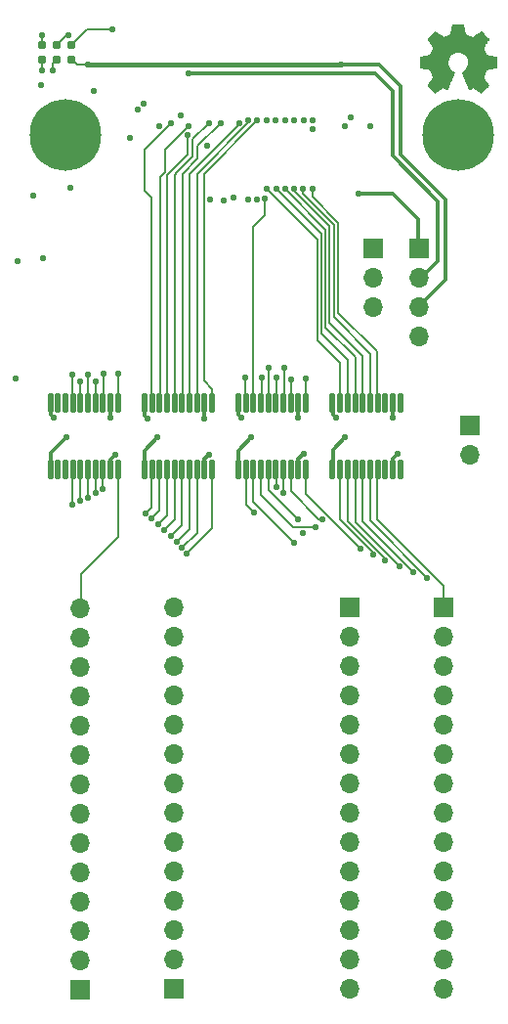
<source format=gbr>
%TF.GenerationSoftware,KiCad,Pcbnew,7.0.1*%
%TF.CreationDate,2023-09-03T17:39:20-04:00*%
%TF.ProjectId,syzygy-breakout-flash-LVL,73797a79-6779-42d6-9272-65616b6f7574,r1.0*%
%TF.SameCoordinates,PX66851e0PY4d70380*%
%TF.FileFunction,Copper,L1,Top*%
%TF.FilePolarity,Positive*%
%FSLAX46Y46*%
G04 Gerber Fmt 4.6, Leading zero omitted, Abs format (unit mm)*
G04 Created by KiCad (PCBNEW 7.0.1) date 2023-09-03 17:39:20*
%MOMM*%
%LPD*%
G01*
G04 APERTURE LIST*
G04 Aperture macros list*
%AMRoundRect*
0 Rectangle with rounded corners*
0 $1 Rounding radius*
0 $2 $3 $4 $5 $6 $7 $8 $9 X,Y pos of 4 corners*
0 Add a 4 corners polygon primitive as box body*
4,1,4,$2,$3,$4,$5,$6,$7,$8,$9,$2,$3,0*
0 Add four circle primitives for the rounded corners*
1,1,$1+$1,$2,$3*
1,1,$1+$1,$4,$5*
1,1,$1+$1,$6,$7*
1,1,$1+$1,$8,$9*
0 Add four rect primitives between the rounded corners*
20,1,$1+$1,$2,$3,$4,$5,0*
20,1,$1+$1,$4,$5,$6,$7,0*
20,1,$1+$1,$6,$7,$8,$9,0*
20,1,$1+$1,$8,$9,$2,$3,0*%
G04 Aperture macros list end*
%TA.AperFunction,EtchedComponent*%
%ADD10C,0.010000*%
%TD*%
%TA.AperFunction,SMDPad,CuDef*%
%ADD11RoundRect,0.020500X-0.184500X0.764500X-0.184500X-0.764500X0.184500X-0.764500X0.184500X0.764500X0*%
%TD*%
%TA.AperFunction,ComponentPad*%
%ADD12R,1.700000X1.700000*%
%TD*%
%TA.AperFunction,ComponentPad*%
%ADD13O,1.700000X1.700000*%
%TD*%
%TA.AperFunction,ConnectorPad*%
%ADD14C,0.784860*%
%TD*%
%TA.AperFunction,ComponentPad*%
%ADD15C,6.200000*%
%TD*%
%TA.AperFunction,ViaPad*%
%ADD16C,0.550000*%
%TD*%
%TA.AperFunction,Conductor*%
%ADD17C,0.200000*%
%TD*%
%TA.AperFunction,Conductor*%
%ADD18C,0.300000*%
%TD*%
%TA.AperFunction,Conductor*%
%ADD19C,0.400000*%
%TD*%
G04 APERTURE END LIST*
D10*
X40020214Y-139731D02*
X40104035Y-584355D01*
X40413320Y-711853D01*
X40722606Y-839351D01*
X41093646Y-587046D01*
X41197557Y-516796D01*
X41291487Y-454072D01*
X41371052Y-401738D01*
X41431870Y-362657D01*
X41469557Y-339693D01*
X41479821Y-334742D01*
X41498310Y-347476D01*
X41537820Y-382682D01*
X41593922Y-435862D01*
X41662187Y-502518D01*
X41738186Y-578154D01*
X41817492Y-658272D01*
X41895675Y-738374D01*
X41968307Y-813964D01*
X42030959Y-880545D01*
X42079203Y-933618D01*
X42108610Y-968687D01*
X42115641Y-980423D01*
X42105523Y-1002060D01*
X42077159Y-1049462D01*
X42033529Y-1117993D01*
X41977618Y-1203015D01*
X41912406Y-1299893D01*
X41874619Y-1355150D01*
X41805743Y-1456048D01*
X41744540Y-1547099D01*
X41693978Y-1623770D01*
X41657028Y-1681528D01*
X41636658Y-1715843D01*
X41633597Y-1723054D01*
X41640536Y-1743548D01*
X41659451Y-1791313D01*
X41687487Y-1859632D01*
X41721791Y-1941789D01*
X41759509Y-2031070D01*
X41797787Y-2120758D01*
X41833770Y-2204138D01*
X41864606Y-2274494D01*
X41887439Y-2325110D01*
X41899417Y-2349271D01*
X41900124Y-2350222D01*
X41918931Y-2354836D01*
X41969018Y-2365128D01*
X42045193Y-2380087D01*
X42142265Y-2398701D01*
X42255043Y-2419959D01*
X42320842Y-2432218D01*
X42441350Y-2455162D01*
X42550197Y-2476995D01*
X42641876Y-2496522D01*
X42710881Y-2512548D01*
X42751704Y-2523879D01*
X42759911Y-2527474D01*
X42767948Y-2551806D01*
X42774433Y-2606759D01*
X42779370Y-2685908D01*
X42782764Y-2782826D01*
X42784618Y-2891087D01*
X42784938Y-3004265D01*
X42783727Y-3115935D01*
X42780990Y-3219668D01*
X42776731Y-3309041D01*
X42770955Y-3377626D01*
X42763667Y-3418997D01*
X42759295Y-3427610D01*
X42733164Y-3437933D01*
X42677793Y-3452692D01*
X42600507Y-3470152D01*
X42508630Y-3488580D01*
X42476558Y-3494541D01*
X42321924Y-3522866D01*
X42199775Y-3545676D01*
X42106073Y-3563880D01*
X42036784Y-3578383D01*
X41987871Y-3590092D01*
X41955297Y-3599915D01*
X41935028Y-3608756D01*
X41923026Y-3617524D01*
X41921347Y-3619257D01*
X41904584Y-3647171D01*
X41879014Y-3701495D01*
X41847188Y-3775577D01*
X41811660Y-3862765D01*
X41774983Y-3956408D01*
X41739711Y-4049852D01*
X41708396Y-4136447D01*
X41683593Y-4209540D01*
X41667854Y-4262478D01*
X41663732Y-4288611D01*
X41664076Y-4289526D01*
X41678041Y-4310886D01*
X41709722Y-4357884D01*
X41755791Y-4425627D01*
X41812918Y-4509223D01*
X41877773Y-4603782D01*
X41896243Y-4630654D01*
X41962099Y-4728075D01*
X42020050Y-4816963D01*
X42066938Y-4892212D01*
X42099607Y-4948720D01*
X42114900Y-4981381D01*
X42115641Y-4985393D01*
X42102792Y-5006484D01*
X42067288Y-5048264D01*
X42013693Y-5106245D01*
X41946571Y-5175935D01*
X41870487Y-5252845D01*
X41790004Y-5332483D01*
X41709687Y-5410361D01*
X41634099Y-5481986D01*
X41567805Y-5542870D01*
X41515369Y-5588521D01*
X41481355Y-5614450D01*
X41471945Y-5618683D01*
X41450043Y-5608712D01*
X41405200Y-5581820D01*
X41344721Y-5542536D01*
X41298189Y-5510917D01*
X41213875Y-5452898D01*
X41114026Y-5384584D01*
X41013873Y-5316379D01*
X40960027Y-5279875D01*
X40777771Y-5156600D01*
X40624781Y-5239320D01*
X40555082Y-5275559D01*
X40495814Y-5303726D01*
X40455711Y-5319791D01*
X40445503Y-5322026D01*
X40433229Y-5305522D01*
X40409013Y-5258882D01*
X40374663Y-5186409D01*
X40331988Y-5092406D01*
X40282794Y-4981174D01*
X40228890Y-4857015D01*
X40172084Y-4724232D01*
X40114182Y-4587127D01*
X40056993Y-4450002D01*
X40002324Y-4317158D01*
X39951984Y-4192898D01*
X39907780Y-4081525D01*
X39871519Y-3987339D01*
X39845009Y-3914644D01*
X39830058Y-3867741D01*
X39827654Y-3851633D01*
X39846711Y-3831086D01*
X39888436Y-3797733D01*
X39944106Y-3758502D01*
X39948778Y-3755399D01*
X40092664Y-3640223D01*
X40208683Y-3505853D01*
X40295830Y-3356584D01*
X40353099Y-3196713D01*
X40379486Y-3030537D01*
X40373985Y-2862352D01*
X40335590Y-2696455D01*
X40263295Y-2537142D01*
X40242026Y-2502287D01*
X40131396Y-2361537D01*
X40000702Y-2248514D01*
X39854464Y-2163803D01*
X39697208Y-2107994D01*
X39533457Y-2081674D01*
X39367733Y-2085430D01*
X39204562Y-2119850D01*
X39048465Y-2185523D01*
X38903967Y-2283035D01*
X38859269Y-2322613D01*
X38745512Y-2446503D01*
X38662618Y-2576924D01*
X38605756Y-2723115D01*
X38574087Y-2867888D01*
X38566269Y-3030660D01*
X38592338Y-3194240D01*
X38649645Y-3353098D01*
X38735544Y-3501706D01*
X38847386Y-3634535D01*
X38982523Y-3746056D01*
X39000283Y-3757811D01*
X39056550Y-3796308D01*
X39099323Y-3829663D01*
X39119772Y-3850960D01*
X39120069Y-3851633D01*
X39115679Y-3874671D01*
X39098276Y-3926957D01*
X39069668Y-4004190D01*
X39031665Y-4102068D01*
X38986074Y-4216291D01*
X38934703Y-4342558D01*
X38879362Y-4476567D01*
X38821858Y-4614018D01*
X38764001Y-4750608D01*
X38707598Y-4882037D01*
X38654458Y-5004005D01*
X38606390Y-5112209D01*
X38565201Y-5202349D01*
X38532701Y-5270123D01*
X38510697Y-5311230D01*
X38501836Y-5322026D01*
X38474760Y-5313619D01*
X38424097Y-5291072D01*
X38358583Y-5258413D01*
X38322559Y-5239320D01*
X38169568Y-5156600D01*
X37987312Y-5279875D01*
X37894275Y-5343028D01*
X37792415Y-5412527D01*
X37696962Y-5477965D01*
X37649150Y-5510917D01*
X37581905Y-5556073D01*
X37524964Y-5591857D01*
X37485754Y-5613738D01*
X37473019Y-5618363D01*
X37454483Y-5605885D01*
X37413459Y-5571052D01*
X37353925Y-5517478D01*
X37279858Y-5448783D01*
X37195235Y-5368581D01*
X37141715Y-5317086D01*
X37048081Y-5225086D01*
X36967159Y-5142799D01*
X36902223Y-5073745D01*
X36856542Y-5021444D01*
X36833389Y-4989416D01*
X36831168Y-4982916D01*
X36841476Y-4958194D01*
X36869961Y-4908205D01*
X36913463Y-4838012D01*
X36968823Y-4752675D01*
X37032880Y-4657256D01*
X37051097Y-4630654D01*
X37117473Y-4533967D01*
X37177022Y-4446917D01*
X37226416Y-4374395D01*
X37262325Y-4321293D01*
X37281419Y-4292503D01*
X37283264Y-4289526D01*
X37280505Y-4266582D01*
X37265862Y-4216136D01*
X37241887Y-4144841D01*
X37211134Y-4059347D01*
X37176156Y-3966307D01*
X37139507Y-3872374D01*
X37103739Y-3784199D01*
X37071406Y-3708434D01*
X37045062Y-3651731D01*
X37027258Y-3620743D01*
X37025993Y-3619257D01*
X37015106Y-3610401D01*
X36996718Y-3601643D01*
X36966794Y-3592077D01*
X36921297Y-3580796D01*
X36856191Y-3566893D01*
X36767439Y-3549463D01*
X36651007Y-3527598D01*
X36502858Y-3500391D01*
X36470782Y-3494541D01*
X36375714Y-3476174D01*
X36292835Y-3458205D01*
X36229470Y-3442369D01*
X36192942Y-3430400D01*
X36188044Y-3427610D01*
X36179973Y-3402872D01*
X36173413Y-3347590D01*
X36168367Y-3268189D01*
X36164841Y-3171096D01*
X36162839Y-3062738D01*
X36162364Y-2949540D01*
X36163423Y-2837928D01*
X36166018Y-2734329D01*
X36170154Y-2645168D01*
X36175837Y-2576872D01*
X36183069Y-2535866D01*
X36187429Y-2527474D01*
X36211702Y-2519008D01*
X36266974Y-2505235D01*
X36347738Y-2487350D01*
X36448488Y-2466548D01*
X36563717Y-2444023D01*
X36626498Y-2432218D01*
X36745613Y-2409951D01*
X36851835Y-2389779D01*
X36939973Y-2372715D01*
X37004834Y-2359769D01*
X37041226Y-2351955D01*
X37047216Y-2350222D01*
X37057339Y-2330690D01*
X37078738Y-2283643D01*
X37108561Y-2215803D01*
X37143955Y-2133891D01*
X37182068Y-2044628D01*
X37220047Y-1954735D01*
X37255040Y-1870935D01*
X37284194Y-1799947D01*
X37304657Y-1748494D01*
X37313577Y-1723297D01*
X37313743Y-1722196D01*
X37303631Y-1702319D01*
X37275283Y-1656577D01*
X37231677Y-1589517D01*
X37175794Y-1505684D01*
X37110613Y-1409626D01*
X37072721Y-1354450D01*
X37003675Y-1253281D01*
X36942350Y-1161430D01*
X36891737Y-1083544D01*
X36854829Y-1024269D01*
X36834618Y-988251D01*
X36831699Y-980177D01*
X36844247Y-961384D01*
X36878937Y-921257D01*
X36931337Y-864293D01*
X36997016Y-794985D01*
X37071544Y-717831D01*
X37150487Y-637325D01*
X37229417Y-557963D01*
X37303900Y-484240D01*
X37369506Y-420652D01*
X37421804Y-371694D01*
X37456361Y-341861D01*
X37467922Y-334742D01*
X37486746Y-344753D01*
X37531769Y-372878D01*
X37598613Y-416254D01*
X37682901Y-472018D01*
X37780256Y-537306D01*
X37853693Y-587046D01*
X38224733Y-839351D01*
X38843305Y-584355D01*
X38927125Y-139731D01*
X39010946Y304893D01*
X39936394Y304893D01*
X40020214Y-139731D01*
%TA.AperFunction,EtchedComponent*%
G36*
X40020214Y-139731D02*
G01*
X40104035Y-584355D01*
X40413320Y-711853D01*
X40722606Y-839351D01*
X41093646Y-587046D01*
X41197557Y-516796D01*
X41291487Y-454072D01*
X41371052Y-401738D01*
X41431870Y-362657D01*
X41469557Y-339693D01*
X41479821Y-334742D01*
X41498310Y-347476D01*
X41537820Y-382682D01*
X41593922Y-435862D01*
X41662187Y-502518D01*
X41738186Y-578154D01*
X41817492Y-658272D01*
X41895675Y-738374D01*
X41968307Y-813964D01*
X42030959Y-880545D01*
X42079203Y-933618D01*
X42108610Y-968687D01*
X42115641Y-980423D01*
X42105523Y-1002060D01*
X42077159Y-1049462D01*
X42033529Y-1117993D01*
X41977618Y-1203015D01*
X41912406Y-1299893D01*
X41874619Y-1355150D01*
X41805743Y-1456048D01*
X41744540Y-1547099D01*
X41693978Y-1623770D01*
X41657028Y-1681528D01*
X41636658Y-1715843D01*
X41633597Y-1723054D01*
X41640536Y-1743548D01*
X41659451Y-1791313D01*
X41687487Y-1859632D01*
X41721791Y-1941789D01*
X41759509Y-2031070D01*
X41797787Y-2120758D01*
X41833770Y-2204138D01*
X41864606Y-2274494D01*
X41887439Y-2325110D01*
X41899417Y-2349271D01*
X41900124Y-2350222D01*
X41918931Y-2354836D01*
X41969018Y-2365128D01*
X42045193Y-2380087D01*
X42142265Y-2398701D01*
X42255043Y-2419959D01*
X42320842Y-2432218D01*
X42441350Y-2455162D01*
X42550197Y-2476995D01*
X42641876Y-2496522D01*
X42710881Y-2512548D01*
X42751704Y-2523879D01*
X42759911Y-2527474D01*
X42767948Y-2551806D01*
X42774433Y-2606759D01*
X42779370Y-2685908D01*
X42782764Y-2782826D01*
X42784618Y-2891087D01*
X42784938Y-3004265D01*
X42783727Y-3115935D01*
X42780990Y-3219668D01*
X42776731Y-3309041D01*
X42770955Y-3377626D01*
X42763667Y-3418997D01*
X42759295Y-3427610D01*
X42733164Y-3437933D01*
X42677793Y-3452692D01*
X42600507Y-3470152D01*
X42508630Y-3488580D01*
X42476558Y-3494541D01*
X42321924Y-3522866D01*
X42199775Y-3545676D01*
X42106073Y-3563880D01*
X42036784Y-3578383D01*
X41987871Y-3590092D01*
X41955297Y-3599915D01*
X41935028Y-3608756D01*
X41923026Y-3617524D01*
X41921347Y-3619257D01*
X41904584Y-3647171D01*
X41879014Y-3701495D01*
X41847188Y-3775577D01*
X41811660Y-3862765D01*
X41774983Y-3956408D01*
X41739711Y-4049852D01*
X41708396Y-4136447D01*
X41683593Y-4209540D01*
X41667854Y-4262478D01*
X41663732Y-4288611D01*
X41664076Y-4289526D01*
X41678041Y-4310886D01*
X41709722Y-4357884D01*
X41755791Y-4425627D01*
X41812918Y-4509223D01*
X41877773Y-4603782D01*
X41896243Y-4630654D01*
X41962099Y-4728075D01*
X42020050Y-4816963D01*
X42066938Y-4892212D01*
X42099607Y-4948720D01*
X42114900Y-4981381D01*
X42115641Y-4985393D01*
X42102792Y-5006484D01*
X42067288Y-5048264D01*
X42013693Y-5106245D01*
X41946571Y-5175935D01*
X41870487Y-5252845D01*
X41790004Y-5332483D01*
X41709687Y-5410361D01*
X41634099Y-5481986D01*
X41567805Y-5542870D01*
X41515369Y-5588521D01*
X41481355Y-5614450D01*
X41471945Y-5618683D01*
X41450043Y-5608712D01*
X41405200Y-5581820D01*
X41344721Y-5542536D01*
X41298189Y-5510917D01*
X41213875Y-5452898D01*
X41114026Y-5384584D01*
X41013873Y-5316379D01*
X40960027Y-5279875D01*
X40777771Y-5156600D01*
X40624781Y-5239320D01*
X40555082Y-5275559D01*
X40495814Y-5303726D01*
X40455711Y-5319791D01*
X40445503Y-5322026D01*
X40433229Y-5305522D01*
X40409013Y-5258882D01*
X40374663Y-5186409D01*
X40331988Y-5092406D01*
X40282794Y-4981174D01*
X40228890Y-4857015D01*
X40172084Y-4724232D01*
X40114182Y-4587127D01*
X40056993Y-4450002D01*
X40002324Y-4317158D01*
X39951984Y-4192898D01*
X39907780Y-4081525D01*
X39871519Y-3987339D01*
X39845009Y-3914644D01*
X39830058Y-3867741D01*
X39827654Y-3851633D01*
X39846711Y-3831086D01*
X39888436Y-3797733D01*
X39944106Y-3758502D01*
X39948778Y-3755399D01*
X40092664Y-3640223D01*
X40208683Y-3505853D01*
X40295830Y-3356584D01*
X40353099Y-3196713D01*
X40379486Y-3030537D01*
X40373985Y-2862352D01*
X40335590Y-2696455D01*
X40263295Y-2537142D01*
X40242026Y-2502287D01*
X40131396Y-2361537D01*
X40000702Y-2248514D01*
X39854464Y-2163803D01*
X39697208Y-2107994D01*
X39533457Y-2081674D01*
X39367733Y-2085430D01*
X39204562Y-2119850D01*
X39048465Y-2185523D01*
X38903967Y-2283035D01*
X38859269Y-2322613D01*
X38745512Y-2446503D01*
X38662618Y-2576924D01*
X38605756Y-2723115D01*
X38574087Y-2867888D01*
X38566269Y-3030660D01*
X38592338Y-3194240D01*
X38649645Y-3353098D01*
X38735544Y-3501706D01*
X38847386Y-3634535D01*
X38982523Y-3746056D01*
X39000283Y-3757811D01*
X39056550Y-3796308D01*
X39099323Y-3829663D01*
X39119772Y-3850960D01*
X39120069Y-3851633D01*
X39115679Y-3874671D01*
X39098276Y-3926957D01*
X39069668Y-4004190D01*
X39031665Y-4102068D01*
X38986074Y-4216291D01*
X38934703Y-4342558D01*
X38879362Y-4476567D01*
X38821858Y-4614018D01*
X38764001Y-4750608D01*
X38707598Y-4882037D01*
X38654458Y-5004005D01*
X38606390Y-5112209D01*
X38565201Y-5202349D01*
X38532701Y-5270123D01*
X38510697Y-5311230D01*
X38501836Y-5322026D01*
X38474760Y-5313619D01*
X38424097Y-5291072D01*
X38358583Y-5258413D01*
X38322559Y-5239320D01*
X38169568Y-5156600D01*
X37987312Y-5279875D01*
X37894275Y-5343028D01*
X37792415Y-5412527D01*
X37696962Y-5477965D01*
X37649150Y-5510917D01*
X37581905Y-5556073D01*
X37524964Y-5591857D01*
X37485754Y-5613738D01*
X37473019Y-5618363D01*
X37454483Y-5605885D01*
X37413459Y-5571052D01*
X37353925Y-5517478D01*
X37279858Y-5448783D01*
X37195235Y-5368581D01*
X37141715Y-5317086D01*
X37048081Y-5225086D01*
X36967159Y-5142799D01*
X36902223Y-5073745D01*
X36856542Y-5021444D01*
X36833389Y-4989416D01*
X36831168Y-4982916D01*
X36841476Y-4958194D01*
X36869961Y-4908205D01*
X36913463Y-4838012D01*
X36968823Y-4752675D01*
X37032880Y-4657256D01*
X37051097Y-4630654D01*
X37117473Y-4533967D01*
X37177022Y-4446917D01*
X37226416Y-4374395D01*
X37262325Y-4321293D01*
X37281419Y-4292503D01*
X37283264Y-4289526D01*
X37280505Y-4266582D01*
X37265862Y-4216136D01*
X37241887Y-4144841D01*
X37211134Y-4059347D01*
X37176156Y-3966307D01*
X37139507Y-3872374D01*
X37103739Y-3784199D01*
X37071406Y-3708434D01*
X37045062Y-3651731D01*
X37027258Y-3620743D01*
X37025993Y-3619257D01*
X37015106Y-3610401D01*
X36996718Y-3601643D01*
X36966794Y-3592077D01*
X36921297Y-3580796D01*
X36856191Y-3566893D01*
X36767439Y-3549463D01*
X36651007Y-3527598D01*
X36502858Y-3500391D01*
X36470782Y-3494541D01*
X36375714Y-3476174D01*
X36292835Y-3458205D01*
X36229470Y-3442369D01*
X36192942Y-3430400D01*
X36188044Y-3427610D01*
X36179973Y-3402872D01*
X36173413Y-3347590D01*
X36168367Y-3268189D01*
X36164841Y-3171096D01*
X36162839Y-3062738D01*
X36162364Y-2949540D01*
X36163423Y-2837928D01*
X36166018Y-2734329D01*
X36170154Y-2645168D01*
X36175837Y-2576872D01*
X36183069Y-2535866D01*
X36187429Y-2527474D01*
X36211702Y-2519008D01*
X36266974Y-2505235D01*
X36347738Y-2487350D01*
X36448488Y-2466548D01*
X36563717Y-2444023D01*
X36626498Y-2432218D01*
X36745613Y-2409951D01*
X36851835Y-2389779D01*
X36939973Y-2372715D01*
X37004834Y-2359769D01*
X37041226Y-2351955D01*
X37047216Y-2350222D01*
X37057339Y-2330690D01*
X37078738Y-2283643D01*
X37108561Y-2215803D01*
X37143955Y-2133891D01*
X37182068Y-2044628D01*
X37220047Y-1954735D01*
X37255040Y-1870935D01*
X37284194Y-1799947D01*
X37304657Y-1748494D01*
X37313577Y-1723297D01*
X37313743Y-1722196D01*
X37303631Y-1702319D01*
X37275283Y-1656577D01*
X37231677Y-1589517D01*
X37175794Y-1505684D01*
X37110613Y-1409626D01*
X37072721Y-1354450D01*
X37003675Y-1253281D01*
X36942350Y-1161430D01*
X36891737Y-1083544D01*
X36854829Y-1024269D01*
X36834618Y-988251D01*
X36831699Y-980177D01*
X36844247Y-961384D01*
X36878937Y-921257D01*
X36931337Y-864293D01*
X36997016Y-794985D01*
X37071544Y-717831D01*
X37150487Y-637325D01*
X37229417Y-557963D01*
X37303900Y-484240D01*
X37369506Y-420652D01*
X37421804Y-371694D01*
X37456361Y-341861D01*
X37467922Y-334742D01*
X37486746Y-344753D01*
X37531769Y-372878D01*
X37598613Y-416254D01*
X37682901Y-472018D01*
X37780256Y-537306D01*
X37853693Y-587046D01*
X38224733Y-839351D01*
X38843305Y-584355D01*
X38927125Y-139731D01*
X39010946Y304893D01*
X39936394Y304893D01*
X40020214Y-139731D01*
G37*
%TD.AperFunction*%
D11*
X26295600Y-32502000D03*
X25645600Y-32502000D03*
X24995600Y-32502000D03*
X24345600Y-32502000D03*
X23695600Y-32502000D03*
X23045600Y-32502000D03*
X22395600Y-32502000D03*
X21745600Y-32502000D03*
X21095600Y-32502000D03*
X20445600Y-32502000D03*
X20445600Y-38242000D03*
X21095600Y-38242000D03*
X21745600Y-38242000D03*
X22395600Y-38242000D03*
X23045600Y-38242000D03*
X23695600Y-38242000D03*
X24345600Y-38242000D03*
X24995600Y-38242000D03*
X25645600Y-38242000D03*
X26295600Y-38242000D03*
D12*
X40534000Y-34427000D03*
D13*
X40534000Y-36967000D03*
D11*
X34464600Y-32489500D03*
X33814600Y-32489500D03*
X33164600Y-32489500D03*
X32514600Y-32489500D03*
X31864600Y-32489500D03*
X31214600Y-32489500D03*
X30564600Y-32489500D03*
X29914600Y-32489500D03*
X29264600Y-32489500D03*
X28614600Y-32489500D03*
X28614600Y-38229500D03*
X29264600Y-38229500D03*
X29914600Y-38229500D03*
X30564600Y-38229500D03*
X31214600Y-38229500D03*
X31864600Y-38229500D03*
X32514600Y-38229500D03*
X33164600Y-38229500D03*
X33814600Y-38229500D03*
X34464600Y-38229500D03*
D12*
X30120000Y-50180000D03*
D13*
X30120000Y-52720000D03*
X30120000Y-55260000D03*
X30120000Y-57800000D03*
X30120000Y-60340000D03*
X30120000Y-62880000D03*
X30120000Y-65420000D03*
X30120000Y-67960000D03*
X30120000Y-70500000D03*
X30120000Y-73040000D03*
X30120000Y-75580000D03*
X30120000Y-78120000D03*
X30120000Y-80660000D03*
X30120000Y-83200000D03*
D12*
X36089000Y-19130000D03*
D13*
X36089000Y-21670000D03*
X36089000Y-24210000D03*
X36089000Y-26750000D03*
D12*
X32159300Y-19102400D03*
D13*
X32159300Y-21642400D03*
X32159300Y-24182400D03*
D11*
X10011200Y-32502000D03*
X9361200Y-32502000D03*
X8711200Y-32502000D03*
X8061200Y-32502000D03*
X7411200Y-32502000D03*
X6761200Y-32502000D03*
X6111200Y-32502000D03*
X5461200Y-32502000D03*
X4811200Y-32502000D03*
X4161200Y-32502000D03*
X4161200Y-38242000D03*
X4811200Y-38242000D03*
X5461200Y-38242000D03*
X6111200Y-38242000D03*
X6761200Y-38242000D03*
X7411200Y-38242000D03*
X8061200Y-38242000D03*
X8711200Y-38242000D03*
X9361200Y-38242000D03*
X10011200Y-38242000D03*
D12*
X14877200Y-83200000D03*
D13*
X14877200Y-80660000D03*
X14877200Y-78120000D03*
X14877200Y-75580000D03*
X14877200Y-73040000D03*
X14877200Y-70500000D03*
X14877200Y-67960000D03*
X14877200Y-65420000D03*
X14877200Y-62880000D03*
X14877200Y-60340000D03*
X14877200Y-57800000D03*
X14877200Y-55260000D03*
X14877200Y-52720000D03*
X14877200Y-50180000D03*
D12*
X38248000Y-50180000D03*
D13*
X38248000Y-52720000D03*
X38248000Y-55260000D03*
X38248000Y-57800000D03*
X38248000Y-60340000D03*
X38248000Y-62880000D03*
X38248000Y-65420000D03*
X38248000Y-67960000D03*
X38248000Y-70500000D03*
X38248000Y-73040000D03*
X38248000Y-75580000D03*
X38248000Y-78120000D03*
X38248000Y-80660000D03*
X38248000Y-83200000D03*
D12*
X6749200Y-83290400D03*
D13*
X6749200Y-80750400D03*
X6749200Y-78210400D03*
X6749200Y-75670400D03*
X6749200Y-73130400D03*
X6749200Y-70590400D03*
X6749200Y-68050400D03*
X6749200Y-65510400D03*
X6749200Y-62970400D03*
X6749200Y-60430400D03*
X6749200Y-57890400D03*
X6749200Y-55350400D03*
X6749200Y-52810400D03*
X6749200Y-50270400D03*
D14*
X5987200Y-1477000D03*
X5987200Y-2747000D03*
X4717200Y-1477000D03*
X4717200Y-2747000D03*
X3447200Y-1477000D03*
X3447200Y-2747000D03*
D11*
X18161200Y-32502000D03*
X17511200Y-32502000D03*
X16861200Y-32502000D03*
X16211200Y-32502000D03*
X15561200Y-32502000D03*
X14911200Y-32502000D03*
X14261200Y-32502000D03*
X13611200Y-32502000D03*
X12961200Y-32502000D03*
X12311200Y-32502000D03*
X12311200Y-38242000D03*
X12961200Y-38242000D03*
X13611200Y-38242000D03*
X14261200Y-38242000D03*
X14911200Y-38242000D03*
X15561200Y-38242000D03*
X16211200Y-38242000D03*
X16861200Y-38242000D03*
X17511200Y-38242000D03*
X18161200Y-38242000D03*
D15*
X39482000Y-9286000D03*
X5482000Y-9286000D03*
D16*
X13454800Y-35494600D03*
X3548800Y-19993600D03*
X3450000Y-3698000D03*
X5885600Y-13897600D03*
X1313600Y-20196800D03*
X17772800Y-10189200D03*
X31844400Y-8512800D03*
X29710800Y-35494600D03*
X13610000Y-8541873D03*
X21582800Y-35494600D03*
X3350000Y-5000000D03*
X1110400Y-30356800D03*
X5530000Y-35494600D03*
X2634400Y-14558000D03*
X7936972Y-5476000D03*
X26837927Y-8742102D03*
X11731000Y-7083100D03*
X5736000Y-650000D03*
X4339000Y-3698000D03*
X11070000Y-9540000D03*
X15442000Y-7563700D03*
X18026800Y-14913600D03*
X21074800Y-30306000D03*
X14572400Y-8309600D03*
X16096400Y-8512800D03*
X19144400Y-14964400D03*
X22446400Y-30306000D03*
X16083500Y-9248415D03*
X23056000Y-29442400D03*
X20058800Y-14710400D03*
X16150000Y-3952000D03*
X17874400Y-8258800D03*
X21300535Y-14891065D03*
X23767200Y-30306000D03*
X18890400Y-8258800D03*
X24427600Y-29442400D03*
X22046105Y-14856695D03*
X20516000Y-8309600D03*
X22766275Y-14796925D03*
X21328800Y-8055600D03*
X22090800Y-8055600D03*
X22903600Y-13948400D03*
X6088800Y-30052000D03*
X22903600Y-8055600D03*
X23665600Y-8055600D03*
X6749200Y-30610800D03*
X24478400Y-13948400D03*
X7409600Y-30001200D03*
X24478400Y-8055600D03*
X25291200Y-13948400D03*
X8070000Y-30610800D03*
X25291200Y-8055600D03*
X26053200Y-13948400D03*
X8730400Y-29950400D03*
X26104000Y-8004800D03*
X26852563Y-13934963D03*
X10051200Y-29950400D03*
X26866000Y-8004800D03*
X28900800Y-33720800D03*
X20722000Y-33771600D03*
X17521600Y-33822400D03*
X12594000Y-33822400D03*
X4415200Y-33720800D03*
X25649600Y-33771600D03*
X33828400Y-33720800D03*
X9342800Y-33720800D03*
X23716400Y-13948400D03*
X30882000Y-14366000D03*
X29358000Y-3190000D03*
X7412000Y-3190000D03*
X36822800Y-47628800D03*
X35603600Y-47094800D03*
X34376636Y-46593300D03*
X33165200Y-46091800D03*
X32098400Y-45590300D03*
X31031600Y-45088800D03*
X25240400Y-44580800D03*
X24326000Y-40313600D03*
X26050935Y-43712965D03*
X23716400Y-39805600D03*
X25646800Y-42599600D03*
X27120000Y-43209200D03*
X27729600Y-42548800D03*
X21836800Y-41990000D03*
X12437990Y-42041300D03*
X12946800Y-42498500D03*
X13505600Y-43006000D03*
X14013600Y-43514000D03*
X14572400Y-44022000D03*
X15086400Y-44524000D03*
X15557645Y-45009369D03*
X15994800Y-45546000D03*
X6088800Y-41329600D03*
X6749200Y-40974000D03*
X7409600Y-40669200D03*
X8070000Y-40313600D03*
X8679600Y-39958000D03*
X26106800Y-36870400D03*
X9800000Y-36972000D03*
X17877000Y-36972000D03*
X34234800Y-36870400D03*
X9546000Y-142000D03*
X12265000Y-6610300D03*
X3450000Y-650000D03*
X24986400Y-30458400D03*
X29666500Y-8512800D03*
X30168000Y-7801600D03*
X26307200Y-30407600D03*
D17*
X3450000Y-3698000D02*
X3450000Y-2724400D01*
D18*
X28644000Y-36561400D02*
X28644000Y-38688000D01*
X20465200Y-38738800D02*
X20465200Y-36612200D01*
X4212000Y-36812600D02*
X4212000Y-38699200D01*
X5530000Y-35494600D02*
X4212000Y-36812600D01*
X29710800Y-35494600D02*
X28644000Y-36561400D01*
X12340000Y-36609400D02*
X12340000Y-38648400D01*
X13454800Y-35494600D02*
X12340000Y-36609400D01*
X20465200Y-36612200D02*
X21582800Y-35494600D01*
D17*
X5736000Y-650000D02*
X5569600Y-650000D01*
X5569600Y-650000D02*
X4717200Y-1502400D01*
X4339000Y-3698000D02*
X4339000Y-3240200D01*
X4339000Y-3099800D02*
X4717200Y-2721600D01*
X4339000Y-3240200D02*
X4339000Y-3099800D01*
X21074800Y-30306000D02*
X21074800Y-32439600D01*
X12337200Y-10544800D02*
X12337200Y-14100800D01*
X12946800Y-14710400D02*
X12946800Y-32439600D01*
X14572400Y-8309600D02*
X12337200Y-10544800D01*
X12337200Y-14100800D02*
X12946800Y-14710400D01*
X14064400Y-12526000D02*
X13658000Y-12932400D01*
X16096400Y-8512800D02*
X14064400Y-10544800D01*
X13658000Y-12932400D02*
X13658000Y-32439600D01*
X14064400Y-10544800D02*
X14064400Y-12526000D01*
X22446400Y-30306000D02*
X22446400Y-32388800D01*
X16083500Y-9248415D02*
X16083500Y-10969348D01*
X14267600Y-12785248D02*
X14267600Y-32439600D01*
X16083500Y-10969348D02*
X14267600Y-12785248D01*
X23056000Y-29442400D02*
X23056000Y-32388800D01*
D18*
X33825600Y-5464800D02*
X32312800Y-3952000D01*
X33825600Y-10029354D02*
X33825600Y-11103600D01*
X37737200Y-15015200D02*
X37737200Y-20196800D01*
X33825600Y-11103600D02*
X37737200Y-15015200D01*
X32312800Y-3952000D02*
X16150000Y-3952000D01*
X37737200Y-20196800D02*
X36010000Y-21924000D01*
X33825600Y-10029354D02*
X33825600Y-5464800D01*
D17*
X16502800Y-9630400D02*
X16502800Y-11154400D01*
X14928000Y-12729200D02*
X15131200Y-12526000D01*
X14928000Y-32439600D02*
X14928000Y-12729200D01*
X16502800Y-11154400D02*
X15131200Y-12526000D01*
X17874400Y-8258800D02*
X16502800Y-9630400D01*
X23767200Y-30306000D02*
X23767200Y-32388800D01*
X16909200Y-11357600D02*
X16909200Y-10240000D01*
X16909200Y-10240000D02*
X18890400Y-8258800D01*
X15588400Y-12678400D02*
X16909200Y-11357600D01*
X15588400Y-32388800D02*
X15588400Y-12678400D01*
X24427600Y-29442400D02*
X24427600Y-32388800D01*
X16198000Y-12678400D02*
X20516000Y-8360400D01*
X20516000Y-8360400D02*
X20516000Y-8309600D01*
X16198000Y-32388800D02*
X16198000Y-12678400D01*
X21735200Y-17250400D02*
X22751200Y-16234400D01*
X22751200Y-16234400D02*
X22751200Y-14812000D01*
X21735200Y-32388800D02*
X21735200Y-17250400D01*
X22751200Y-14812000D02*
X22766275Y-14796925D01*
X21328800Y-8055600D02*
X21328800Y-8206736D01*
X16858400Y-12677136D02*
X16858400Y-32388800D01*
X21328800Y-8206736D02*
X16858400Y-12677136D01*
X18179200Y-31271200D02*
X17468000Y-30560000D01*
X18179200Y-32388800D02*
X18179200Y-31271200D01*
X17468000Y-12678400D02*
X22090800Y-8055600D01*
X17468000Y-30560000D02*
X17468000Y-12678400D01*
X29253600Y-28985200D02*
X29253600Y-32388800D01*
X22903600Y-13948400D02*
X27301000Y-18345800D01*
X27301000Y-18345800D02*
X27301000Y-27032600D01*
X27301000Y-27032600D02*
X29253600Y-28985200D01*
X6088800Y-30052000D02*
X6088800Y-32338000D01*
X6749200Y-30610800D02*
X6749200Y-32338000D01*
X28012200Y-17482200D02*
X28012200Y-25965800D01*
X28012200Y-25965800D02*
X30574400Y-28528000D01*
X30574400Y-28528000D02*
X30574400Y-32338000D01*
X24478400Y-13948400D02*
X28012200Y-17482200D01*
X7409600Y-30001200D02*
X7409600Y-32338000D01*
X31234800Y-28426400D02*
X31234800Y-32388800D01*
X28339200Y-17148800D02*
X28339200Y-25530800D01*
X28339200Y-25530800D02*
X31234800Y-28426400D01*
X25291200Y-13948400D02*
X25291200Y-14100800D01*
X25291200Y-14100800D02*
X28339200Y-17148800D01*
X8070000Y-30610800D02*
X8070000Y-32338000D01*
X26053200Y-14354800D02*
X28745600Y-17047200D01*
X31895200Y-28223200D02*
X31895200Y-32388800D01*
X26053200Y-13948400D02*
X26053200Y-14354800D01*
X28745600Y-17047200D02*
X28745600Y-25073600D01*
X28745600Y-25073600D02*
X31895200Y-28223200D01*
X8730400Y-29950400D02*
X8730400Y-32338000D01*
X32454000Y-28020000D02*
X32454000Y-32439600D01*
X26852563Y-13934963D02*
X26852563Y-14646163D01*
X26852563Y-14646163D02*
X29101200Y-16894800D01*
X29101200Y-24667200D02*
X32454000Y-28020000D01*
X29101200Y-16894800D02*
X29101200Y-24667200D01*
X10051200Y-29950400D02*
X10051200Y-32338000D01*
D18*
X20468000Y-33517600D02*
X20468000Y-32247600D01*
X4161200Y-33466800D02*
X4161200Y-32196800D01*
X28900800Y-33720800D02*
X28646800Y-33466800D01*
D17*
X28611200Y-32502000D02*
X28647000Y-32502000D01*
D18*
X25649600Y-33771600D02*
X25649600Y-32146000D01*
X28646800Y-33466800D02*
X28646800Y-32196800D01*
X20722000Y-33771600D02*
X20468000Y-33517600D01*
X9342800Y-33720800D02*
X9342800Y-32095200D01*
X12594000Y-33822400D02*
X12340000Y-33568400D01*
X12340000Y-33568400D02*
X12340000Y-32298400D01*
X4415200Y-33720800D02*
X4161200Y-33466800D01*
X33828400Y-33720800D02*
X33828400Y-32095200D01*
X17521600Y-33822400D02*
X17521600Y-32196800D01*
D17*
X23768464Y-13948400D02*
X27628000Y-17807936D01*
X27628000Y-17807936D02*
X27628000Y-26496000D01*
X27628000Y-26496000D02*
X29914000Y-28782000D01*
X29914000Y-28782000D02*
X29914000Y-32388800D01*
X23716400Y-13948400D02*
X23768464Y-13948400D01*
D18*
X33786000Y-14366000D02*
X36010000Y-16590000D01*
X36010000Y-16590000D02*
X36010000Y-19130000D01*
X30882000Y-14366000D02*
X33786000Y-14366000D01*
D19*
X29358000Y-3190000D02*
X7412000Y-3190000D01*
D18*
X34536800Y-9630400D02*
X34536800Y-11002000D01*
X38397600Y-14862800D02*
X38397600Y-21822400D01*
D17*
X5987200Y-2721600D02*
X6455600Y-3190000D01*
D18*
X38397600Y-21822400D02*
X36010000Y-24210000D01*
X34536800Y-11002000D02*
X38397600Y-14862800D01*
X34536800Y-5058400D02*
X32668400Y-3190000D01*
D17*
X6455600Y-3190000D02*
X7412000Y-3190000D01*
D18*
X34536800Y-9630400D02*
X34536800Y-5058400D01*
X32668400Y-3190000D02*
X29358000Y-3190000D01*
D17*
X32504800Y-42600864D02*
X32504800Y-38281600D01*
X38245200Y-50168800D02*
X38245200Y-48341264D01*
X38245200Y-48341264D02*
X32504800Y-42600864D01*
X36822800Y-47628800D02*
X36822800Y-47604064D01*
X31895200Y-42676464D02*
X31895200Y-38332400D01*
X36822800Y-47604064D02*
X31895200Y-42676464D01*
X31234800Y-42726000D02*
X31234800Y-38383200D01*
X35603600Y-47094800D02*
X31234800Y-42726000D01*
X31234800Y-38383200D02*
X31234800Y-38281600D01*
X34376636Y-46593300D02*
X30574400Y-42791064D01*
X30574400Y-42791064D02*
X30574400Y-38332400D01*
X33165200Y-45947164D02*
X29914000Y-42695964D01*
X29914000Y-42695964D02*
X29914000Y-38281600D01*
X33165200Y-46091800D02*
X33165200Y-45947164D01*
X29253600Y-42600864D02*
X29253600Y-38281600D01*
X32098400Y-45590300D02*
X32098400Y-45445664D01*
X32098400Y-45445664D02*
X29253600Y-42600864D01*
X31031600Y-45088800D02*
X26307200Y-40364400D01*
X26307200Y-40364400D02*
X26307200Y-38230800D01*
X21735200Y-38230800D02*
X21735200Y-41075600D01*
X21735200Y-41075600D02*
X25240400Y-44580800D01*
X24326000Y-38230800D02*
X24326000Y-40313600D01*
X23716400Y-38230800D02*
X23716400Y-39805600D01*
X25646800Y-42599600D02*
X23106800Y-40059600D01*
X23106800Y-40059600D02*
X23106800Y-38281600D01*
X22395600Y-40415200D02*
X22395600Y-38230800D01*
X27120000Y-43209200D02*
X25189600Y-43209200D01*
X25189600Y-43209200D02*
X22395600Y-40415200D01*
X27387025Y-42548800D02*
X24986400Y-40148175D01*
X27729600Y-42548800D02*
X27387025Y-42548800D01*
X24986400Y-40148175D02*
X24986400Y-38230800D01*
X21836800Y-41990000D02*
X21125600Y-41278800D01*
X21125600Y-41278800D02*
X21125600Y-38230800D01*
X12437990Y-42041300D02*
X12946800Y-41532490D01*
X12946800Y-41532490D02*
X12946800Y-38281600D01*
X12946800Y-42498500D02*
X13607200Y-41838100D01*
X13607200Y-41838100D02*
X13607200Y-38230800D01*
X14267600Y-42244000D02*
X14267600Y-38230800D01*
X13505600Y-43006000D02*
X14267600Y-42244000D01*
X14121200Y-43406400D02*
X14928000Y-42599600D01*
X14928000Y-42599600D02*
X14928000Y-38230800D01*
X14121200Y-43406400D02*
X14013600Y-43514000D01*
X15537600Y-38281600D02*
X15537600Y-43056800D01*
X15537600Y-43056800D02*
X14572400Y-44022000D01*
X16198000Y-43412400D02*
X16198000Y-38281600D01*
X15086400Y-44524000D02*
X16198000Y-43412400D01*
X16858400Y-38230800D02*
X16858400Y-43708614D01*
X16858400Y-43708614D02*
X15557645Y-45009369D01*
X18179200Y-43361600D02*
X15994800Y-45546000D01*
X18179200Y-38230800D02*
X18179200Y-43361600D01*
X6088800Y-41329600D02*
X6088800Y-38230800D01*
X6749200Y-40974000D02*
X6749200Y-38230800D01*
X7409600Y-40669200D02*
X7409600Y-38281600D01*
X8070000Y-40313600D02*
X8070000Y-38230800D01*
X8679600Y-39958000D02*
X8679600Y-38281600D01*
X10000400Y-38332400D02*
X10000400Y-44072800D01*
X10000400Y-44072800D02*
X6800000Y-47273200D01*
X6800000Y-47273200D02*
X6800000Y-50219600D01*
D18*
X17521600Y-37327600D02*
X17521600Y-38597600D01*
X25649600Y-37327600D02*
X26106800Y-36870400D01*
X9342800Y-37392727D02*
X9342800Y-38750000D01*
X25649600Y-37327600D02*
X25649600Y-38750000D01*
X33828400Y-37276800D02*
X33828400Y-38546800D01*
X9763527Y-36972000D02*
X9342800Y-37392727D01*
X34234800Y-36870400D02*
X33828400Y-37276800D01*
X9800000Y-36972000D02*
X9763527Y-36972000D01*
D17*
X9361200Y-38242000D02*
X9343000Y-38242000D01*
D18*
X17877200Y-36972000D02*
X17521600Y-37327600D01*
D17*
X9546000Y-142000D02*
X7456770Y-142000D01*
X7347600Y-142000D02*
X5987200Y-1502400D01*
X7456770Y-142000D02*
X7347600Y-142000D01*
X3450000Y-650000D02*
X3450000Y-1499600D01*
X24986400Y-30458400D02*
X24986400Y-32439600D01*
X26307200Y-32439600D02*
X26307200Y-30407600D01*
M02*

</source>
